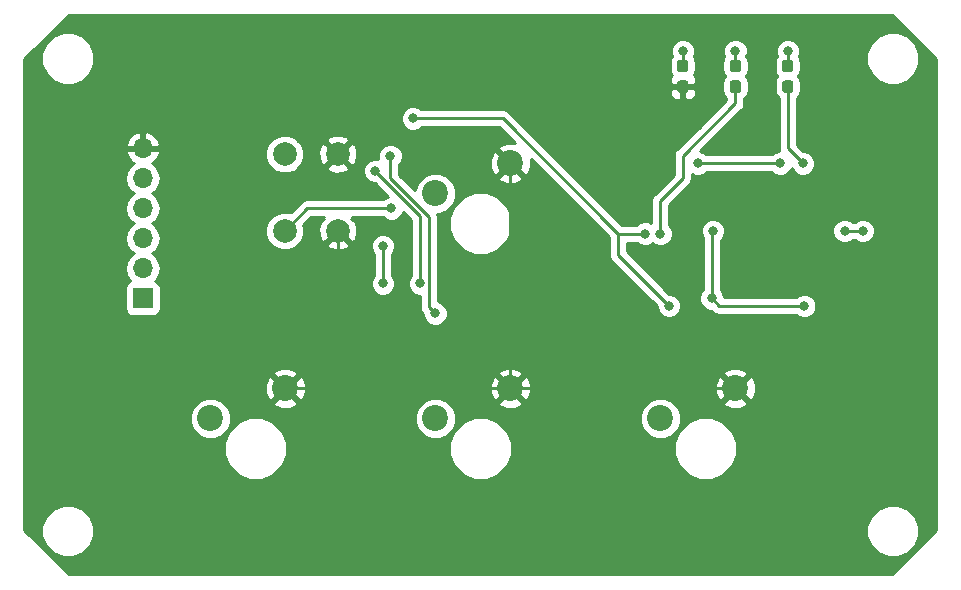
<source format=gtl>
G04 #@! TF.GenerationSoftware,KiCad,Pcbnew,(5.0.0)*
G04 #@! TF.CreationDate,2018-12-24T02:24:05+09:00*
G04 #@! TF.ProjectId,mykeyboard,6D796B6579626F6172642E6B69636164,rev?*
G04 #@! TF.SameCoordinates,Original*
G04 #@! TF.FileFunction,Copper,L1,Top,Signal*
G04 #@! TF.FilePolarity,Positive*
%FSLAX46Y46*%
G04 Gerber Fmt 4.6, Leading zero omitted, Abs format (unit mm)*
G04 Created by KiCad (PCBNEW (5.0.0)) date 12/24/18 02:24:05*
%MOMM*%
%LPD*%
G01*
G04 APERTURE LIST*
G04 #@! TA.AperFunction,ComponentPad*
%ADD10C,2.200000*%
G04 #@! TD*
G04 #@! TA.AperFunction,Conductor*
%ADD11C,0.100000*%
G04 #@! TD*
G04 #@! TA.AperFunction,SMDPad,CuDef*
%ADD12C,0.950000*%
G04 #@! TD*
G04 #@! TA.AperFunction,ComponentPad*
%ADD13C,2.000000*%
G04 #@! TD*
G04 #@! TA.AperFunction,ComponentPad*
%ADD14O,1.700000X1.700000*%
G04 #@! TD*
G04 #@! TA.AperFunction,ComponentPad*
%ADD15R,1.700000X1.700000*%
G04 #@! TD*
G04 #@! TA.AperFunction,ViaPad*
%ADD16C,0.800000*%
G04 #@! TD*
G04 #@! TA.AperFunction,Conductor*
%ADD17C,0.250000*%
G04 #@! TD*
G04 #@! TA.AperFunction,Conductor*
%ADD18C,0.254000*%
G04 #@! TD*
G04 APERTURE END LIST*
D10*
G04 #@! TO.P,SW_DOWN1,2*
G04 #@! TO.N,/D3*
X101600000Y-80645000D03*
G04 #@! TO.P,SW_DOWN1,1*
G04 #@! TO.N,GND*
X107950000Y-78105000D03*
G04 #@! TD*
G04 #@! TO.P,SW_LEFT1,2*
G04 #@! TO.N,/D4*
X82550000Y-80645000D03*
G04 #@! TO.P,SW_LEFT1,1*
G04 #@! TO.N,GND*
X88900000Y-78105000D03*
G04 #@! TD*
G04 #@! TO.P,SW_RIGHT1,2*
G04 #@! TO.N,/D5*
X120650000Y-80645000D03*
G04 #@! TO.P,SW_RIGHT1,1*
G04 #@! TO.N,GND*
X127000000Y-78105000D03*
G04 #@! TD*
G04 #@! TO.P,SW_UP1,2*
G04 #@! TO.N,/D2*
X101600000Y-61595000D03*
G04 #@! TO.P,SW_UP1,1*
G04 #@! TO.N,GND*
X107950000Y-59055000D03*
G04 #@! TD*
D11*
G04 #@! TO.N,Net-(D2-Pad2)*
G04 #@! TO.C,D2*
G36*
X122815779Y-50276144D02*
X122838834Y-50279563D01*
X122861443Y-50285227D01*
X122883387Y-50293079D01*
X122904457Y-50303044D01*
X122924448Y-50315026D01*
X122943168Y-50328910D01*
X122960438Y-50344562D01*
X122976090Y-50361832D01*
X122989974Y-50380552D01*
X123001956Y-50400543D01*
X123011921Y-50421613D01*
X123019773Y-50443557D01*
X123025437Y-50466166D01*
X123028856Y-50489221D01*
X123030000Y-50512500D01*
X123030000Y-51087500D01*
X123028856Y-51110779D01*
X123025437Y-51133834D01*
X123019773Y-51156443D01*
X123011921Y-51178387D01*
X123001956Y-51199457D01*
X122989974Y-51219448D01*
X122976090Y-51238168D01*
X122960438Y-51255438D01*
X122943168Y-51271090D01*
X122924448Y-51284974D01*
X122904457Y-51296956D01*
X122883387Y-51306921D01*
X122861443Y-51314773D01*
X122838834Y-51320437D01*
X122815779Y-51323856D01*
X122792500Y-51325000D01*
X122317500Y-51325000D01*
X122294221Y-51323856D01*
X122271166Y-51320437D01*
X122248557Y-51314773D01*
X122226613Y-51306921D01*
X122205543Y-51296956D01*
X122185552Y-51284974D01*
X122166832Y-51271090D01*
X122149562Y-51255438D01*
X122133910Y-51238168D01*
X122120026Y-51219448D01*
X122108044Y-51199457D01*
X122098079Y-51178387D01*
X122090227Y-51156443D01*
X122084563Y-51133834D01*
X122081144Y-51110779D01*
X122080000Y-51087500D01*
X122080000Y-50512500D01*
X122081144Y-50489221D01*
X122084563Y-50466166D01*
X122090227Y-50443557D01*
X122098079Y-50421613D01*
X122108044Y-50400543D01*
X122120026Y-50380552D01*
X122133910Y-50361832D01*
X122149562Y-50344562D01*
X122166832Y-50328910D01*
X122185552Y-50315026D01*
X122205543Y-50303044D01*
X122226613Y-50293079D01*
X122248557Y-50285227D01*
X122271166Y-50279563D01*
X122294221Y-50276144D01*
X122317500Y-50275000D01*
X122792500Y-50275000D01*
X122815779Y-50276144D01*
X122815779Y-50276144D01*
G37*
D12*
G04 #@! TD*
G04 #@! TO.P,D2,2*
G04 #@! TO.N,Net-(D2-Pad2)*
X122555000Y-50800000D03*
D11*
G04 #@! TO.N,GND*
G04 #@! TO.C,D2*
G36*
X122815779Y-52026144D02*
X122838834Y-52029563D01*
X122861443Y-52035227D01*
X122883387Y-52043079D01*
X122904457Y-52053044D01*
X122924448Y-52065026D01*
X122943168Y-52078910D01*
X122960438Y-52094562D01*
X122976090Y-52111832D01*
X122989974Y-52130552D01*
X123001956Y-52150543D01*
X123011921Y-52171613D01*
X123019773Y-52193557D01*
X123025437Y-52216166D01*
X123028856Y-52239221D01*
X123030000Y-52262500D01*
X123030000Y-52837500D01*
X123028856Y-52860779D01*
X123025437Y-52883834D01*
X123019773Y-52906443D01*
X123011921Y-52928387D01*
X123001956Y-52949457D01*
X122989974Y-52969448D01*
X122976090Y-52988168D01*
X122960438Y-53005438D01*
X122943168Y-53021090D01*
X122924448Y-53034974D01*
X122904457Y-53046956D01*
X122883387Y-53056921D01*
X122861443Y-53064773D01*
X122838834Y-53070437D01*
X122815779Y-53073856D01*
X122792500Y-53075000D01*
X122317500Y-53075000D01*
X122294221Y-53073856D01*
X122271166Y-53070437D01*
X122248557Y-53064773D01*
X122226613Y-53056921D01*
X122205543Y-53046956D01*
X122185552Y-53034974D01*
X122166832Y-53021090D01*
X122149562Y-53005438D01*
X122133910Y-52988168D01*
X122120026Y-52969448D01*
X122108044Y-52949457D01*
X122098079Y-52928387D01*
X122090227Y-52906443D01*
X122084563Y-52883834D01*
X122081144Y-52860779D01*
X122080000Y-52837500D01*
X122080000Y-52262500D01*
X122081144Y-52239221D01*
X122084563Y-52216166D01*
X122090227Y-52193557D01*
X122098079Y-52171613D01*
X122108044Y-52150543D01*
X122120026Y-52130552D01*
X122133910Y-52111832D01*
X122149562Y-52094562D01*
X122166832Y-52078910D01*
X122185552Y-52065026D01*
X122205543Y-52053044D01*
X122226613Y-52043079D01*
X122248557Y-52035227D01*
X122271166Y-52029563D01*
X122294221Y-52026144D01*
X122317500Y-52025000D01*
X122792500Y-52025000D01*
X122815779Y-52026144D01*
X122815779Y-52026144D01*
G37*
D12*
G04 #@! TD*
G04 #@! TO.P,D2,1*
G04 #@! TO.N,GND*
X122555000Y-52550000D03*
D11*
G04 #@! TO.N,Net-(D3-Pad2)*
G04 #@! TO.C,D3*
G36*
X131705779Y-50276144D02*
X131728834Y-50279563D01*
X131751443Y-50285227D01*
X131773387Y-50293079D01*
X131794457Y-50303044D01*
X131814448Y-50315026D01*
X131833168Y-50328910D01*
X131850438Y-50344562D01*
X131866090Y-50361832D01*
X131879974Y-50380552D01*
X131891956Y-50400543D01*
X131901921Y-50421613D01*
X131909773Y-50443557D01*
X131915437Y-50466166D01*
X131918856Y-50489221D01*
X131920000Y-50512500D01*
X131920000Y-51087500D01*
X131918856Y-51110779D01*
X131915437Y-51133834D01*
X131909773Y-51156443D01*
X131901921Y-51178387D01*
X131891956Y-51199457D01*
X131879974Y-51219448D01*
X131866090Y-51238168D01*
X131850438Y-51255438D01*
X131833168Y-51271090D01*
X131814448Y-51284974D01*
X131794457Y-51296956D01*
X131773387Y-51306921D01*
X131751443Y-51314773D01*
X131728834Y-51320437D01*
X131705779Y-51323856D01*
X131682500Y-51325000D01*
X131207500Y-51325000D01*
X131184221Y-51323856D01*
X131161166Y-51320437D01*
X131138557Y-51314773D01*
X131116613Y-51306921D01*
X131095543Y-51296956D01*
X131075552Y-51284974D01*
X131056832Y-51271090D01*
X131039562Y-51255438D01*
X131023910Y-51238168D01*
X131010026Y-51219448D01*
X130998044Y-51199457D01*
X130988079Y-51178387D01*
X130980227Y-51156443D01*
X130974563Y-51133834D01*
X130971144Y-51110779D01*
X130970000Y-51087500D01*
X130970000Y-50512500D01*
X130971144Y-50489221D01*
X130974563Y-50466166D01*
X130980227Y-50443557D01*
X130988079Y-50421613D01*
X130998044Y-50400543D01*
X131010026Y-50380552D01*
X131023910Y-50361832D01*
X131039562Y-50344562D01*
X131056832Y-50328910D01*
X131075552Y-50315026D01*
X131095543Y-50303044D01*
X131116613Y-50293079D01*
X131138557Y-50285227D01*
X131161166Y-50279563D01*
X131184221Y-50276144D01*
X131207500Y-50275000D01*
X131682500Y-50275000D01*
X131705779Y-50276144D01*
X131705779Y-50276144D01*
G37*
D12*
G04 #@! TD*
G04 #@! TO.P,D3,2*
G04 #@! TO.N,Net-(D3-Pad2)*
X131445000Y-50800000D03*
D11*
G04 #@! TO.N,Net-(D3-Pad1)*
G04 #@! TO.C,D3*
G36*
X131705779Y-52026144D02*
X131728834Y-52029563D01*
X131751443Y-52035227D01*
X131773387Y-52043079D01*
X131794457Y-52053044D01*
X131814448Y-52065026D01*
X131833168Y-52078910D01*
X131850438Y-52094562D01*
X131866090Y-52111832D01*
X131879974Y-52130552D01*
X131891956Y-52150543D01*
X131901921Y-52171613D01*
X131909773Y-52193557D01*
X131915437Y-52216166D01*
X131918856Y-52239221D01*
X131920000Y-52262500D01*
X131920000Y-52837500D01*
X131918856Y-52860779D01*
X131915437Y-52883834D01*
X131909773Y-52906443D01*
X131901921Y-52928387D01*
X131891956Y-52949457D01*
X131879974Y-52969448D01*
X131866090Y-52988168D01*
X131850438Y-53005438D01*
X131833168Y-53021090D01*
X131814448Y-53034974D01*
X131794457Y-53046956D01*
X131773387Y-53056921D01*
X131751443Y-53064773D01*
X131728834Y-53070437D01*
X131705779Y-53073856D01*
X131682500Y-53075000D01*
X131207500Y-53075000D01*
X131184221Y-53073856D01*
X131161166Y-53070437D01*
X131138557Y-53064773D01*
X131116613Y-53056921D01*
X131095543Y-53046956D01*
X131075552Y-53034974D01*
X131056832Y-53021090D01*
X131039562Y-53005438D01*
X131023910Y-52988168D01*
X131010026Y-52969448D01*
X130998044Y-52949457D01*
X130988079Y-52928387D01*
X130980227Y-52906443D01*
X130974563Y-52883834D01*
X130971144Y-52860779D01*
X130970000Y-52837500D01*
X130970000Y-52262500D01*
X130971144Y-52239221D01*
X130974563Y-52216166D01*
X130980227Y-52193557D01*
X130988079Y-52171613D01*
X130998044Y-52150543D01*
X131010026Y-52130552D01*
X131023910Y-52111832D01*
X131039562Y-52094562D01*
X131056832Y-52078910D01*
X131075552Y-52065026D01*
X131095543Y-52053044D01*
X131116613Y-52043079D01*
X131138557Y-52035227D01*
X131161166Y-52029563D01*
X131184221Y-52026144D01*
X131207500Y-52025000D01*
X131682500Y-52025000D01*
X131705779Y-52026144D01*
X131705779Y-52026144D01*
G37*
D12*
G04 #@! TD*
G04 #@! TO.P,D3,1*
G04 #@! TO.N,Net-(D3-Pad1)*
X131445000Y-52550000D03*
D11*
G04 #@! TO.N,Net-(D4-Pad2)*
G04 #@! TO.C,D4*
G36*
X127260779Y-50276144D02*
X127283834Y-50279563D01*
X127306443Y-50285227D01*
X127328387Y-50293079D01*
X127349457Y-50303044D01*
X127369448Y-50315026D01*
X127388168Y-50328910D01*
X127405438Y-50344562D01*
X127421090Y-50361832D01*
X127434974Y-50380552D01*
X127446956Y-50400543D01*
X127456921Y-50421613D01*
X127464773Y-50443557D01*
X127470437Y-50466166D01*
X127473856Y-50489221D01*
X127475000Y-50512500D01*
X127475000Y-51087500D01*
X127473856Y-51110779D01*
X127470437Y-51133834D01*
X127464773Y-51156443D01*
X127456921Y-51178387D01*
X127446956Y-51199457D01*
X127434974Y-51219448D01*
X127421090Y-51238168D01*
X127405438Y-51255438D01*
X127388168Y-51271090D01*
X127369448Y-51284974D01*
X127349457Y-51296956D01*
X127328387Y-51306921D01*
X127306443Y-51314773D01*
X127283834Y-51320437D01*
X127260779Y-51323856D01*
X127237500Y-51325000D01*
X126762500Y-51325000D01*
X126739221Y-51323856D01*
X126716166Y-51320437D01*
X126693557Y-51314773D01*
X126671613Y-51306921D01*
X126650543Y-51296956D01*
X126630552Y-51284974D01*
X126611832Y-51271090D01*
X126594562Y-51255438D01*
X126578910Y-51238168D01*
X126565026Y-51219448D01*
X126553044Y-51199457D01*
X126543079Y-51178387D01*
X126535227Y-51156443D01*
X126529563Y-51133834D01*
X126526144Y-51110779D01*
X126525000Y-51087500D01*
X126525000Y-50512500D01*
X126526144Y-50489221D01*
X126529563Y-50466166D01*
X126535227Y-50443557D01*
X126543079Y-50421613D01*
X126553044Y-50400543D01*
X126565026Y-50380552D01*
X126578910Y-50361832D01*
X126594562Y-50344562D01*
X126611832Y-50328910D01*
X126630552Y-50315026D01*
X126650543Y-50303044D01*
X126671613Y-50293079D01*
X126693557Y-50285227D01*
X126716166Y-50279563D01*
X126739221Y-50276144D01*
X126762500Y-50275000D01*
X127237500Y-50275000D01*
X127260779Y-50276144D01*
X127260779Y-50276144D01*
G37*
D12*
G04 #@! TD*
G04 #@! TO.P,D4,2*
G04 #@! TO.N,Net-(D4-Pad2)*
X127000000Y-50800000D03*
D11*
G04 #@! TO.N,Net-(D4-Pad1)*
G04 #@! TO.C,D4*
G36*
X127260779Y-52026144D02*
X127283834Y-52029563D01*
X127306443Y-52035227D01*
X127328387Y-52043079D01*
X127349457Y-52053044D01*
X127369448Y-52065026D01*
X127388168Y-52078910D01*
X127405438Y-52094562D01*
X127421090Y-52111832D01*
X127434974Y-52130552D01*
X127446956Y-52150543D01*
X127456921Y-52171613D01*
X127464773Y-52193557D01*
X127470437Y-52216166D01*
X127473856Y-52239221D01*
X127475000Y-52262500D01*
X127475000Y-52837500D01*
X127473856Y-52860779D01*
X127470437Y-52883834D01*
X127464773Y-52906443D01*
X127456921Y-52928387D01*
X127446956Y-52949457D01*
X127434974Y-52969448D01*
X127421090Y-52988168D01*
X127405438Y-53005438D01*
X127388168Y-53021090D01*
X127369448Y-53034974D01*
X127349457Y-53046956D01*
X127328387Y-53056921D01*
X127306443Y-53064773D01*
X127283834Y-53070437D01*
X127260779Y-53073856D01*
X127237500Y-53075000D01*
X126762500Y-53075000D01*
X126739221Y-53073856D01*
X126716166Y-53070437D01*
X126693557Y-53064773D01*
X126671613Y-53056921D01*
X126650543Y-53046956D01*
X126630552Y-53034974D01*
X126611832Y-53021090D01*
X126594562Y-53005438D01*
X126578910Y-52988168D01*
X126565026Y-52969448D01*
X126553044Y-52949457D01*
X126543079Y-52928387D01*
X126535227Y-52906443D01*
X126529563Y-52883834D01*
X126526144Y-52860779D01*
X126525000Y-52837500D01*
X126525000Y-52262500D01*
X126526144Y-52239221D01*
X126529563Y-52216166D01*
X126535227Y-52193557D01*
X126543079Y-52171613D01*
X126553044Y-52150543D01*
X126565026Y-52130552D01*
X126578910Y-52111832D01*
X126594562Y-52094562D01*
X126611832Y-52078910D01*
X126630552Y-52065026D01*
X126650543Y-52053044D01*
X126671613Y-52043079D01*
X126693557Y-52035227D01*
X126716166Y-52029563D01*
X126739221Y-52026144D01*
X126762500Y-52025000D01*
X127237500Y-52025000D01*
X127260779Y-52026144D01*
X127260779Y-52026144D01*
G37*
D12*
G04 #@! TD*
G04 #@! TO.P,D4,1*
G04 #@! TO.N,Net-(D4-Pad1)*
X127000000Y-52550000D03*
D13*
G04 #@! TO.P,SW_RST1,1*
G04 #@! TO.N,GND*
X93345000Y-58270000D03*
G04 #@! TO.P,SW_RST1,2*
G04 #@! TO.N,/RST*
X88845000Y-58270000D03*
G04 #@! TO.P,SW_RST1,1*
G04 #@! TO.N,GND*
X93345000Y-64770000D03*
G04 #@! TO.P,SW_RST1,2*
G04 #@! TO.N,/RST*
X88845000Y-64770000D03*
G04 #@! TD*
D14*
G04 #@! TO.P,J2,6*
G04 #@! TO.N,GND*
X76835000Y-57785000D03*
G04 #@! TO.P,J2,5*
G04 #@! TO.N,/RST*
X76835000Y-60325000D03*
G04 #@! TO.P,J2,4*
G04 #@! TO.N,/MISO*
X76835000Y-62865000D03*
G04 #@! TO.P,J2,3*
G04 #@! TO.N,/MOSI*
X76835000Y-65405000D03*
G04 #@! TO.P,J2,2*
G04 #@! TO.N,/SCK*
X76835000Y-67945000D03*
D15*
G04 #@! TO.P,J2,1*
G04 #@! TO.N,/VCC*
X76835000Y-70485000D03*
G04 #@! TD*
D16*
G04 #@! TO.N,GND*
X120015000Y-55880000D03*
X135890000Y-61595000D03*
X135890000Y-57785000D03*
X127635000Y-62865000D03*
X132715000Y-62865000D03*
X132715000Y-69850000D03*
X126365000Y-69850000D03*
X123825000Y-55880000D03*
G04 #@! TO.N,/VCC*
X97155000Y-69215000D03*
X97155000Y-66040000D03*
X124980608Y-70480312D03*
X132830000Y-71120000D03*
X125095000Y-64770000D03*
G04 #@! TO.N,Net-(D2-Pad2)*
X122555000Y-49530000D03*
G04 #@! TO.N,Net-(D3-Pad1)*
X132715000Y-59055000D03*
G04 #@! TO.N,Net-(D3-Pad2)*
X131445000Y-49530000D03*
G04 #@! TO.N,Net-(D4-Pad2)*
X127000000Y-49530000D03*
G04 #@! TO.N,Net-(D4-Pad1)*
X120650000Y-65000000D03*
G04 #@! TO.N,/UVCC*
X99695000Y-55245000D03*
X119380000Y-65000000D03*
X121375000Y-71120000D03*
G04 #@! TO.N,Net-(J1-Pad2)*
X97790000Y-58420000D03*
X101600000Y-71755000D03*
G04 #@! TO.N,Net-(J1-Pad3)*
X96520000Y-59690000D03*
X100330000Y-69215000D03*
G04 #@! TO.N,/RST*
X97880000Y-62865000D03*
G04 #@! TO.N,/D4*
X136250009Y-64770000D03*
X137795000Y-64770000D03*
G04 #@! TO.N,/D2*
X130810000Y-59055000D03*
X123825000Y-59055000D03*
G04 #@! TD*
D17*
G04 #@! TO.N,GND*
X122555000Y-52550000D02*
X121440000Y-52550000D01*
X121440000Y-52550000D02*
X120805000Y-52550000D01*
X120805000Y-52550000D02*
X120015000Y-53340000D01*
X120015000Y-53340000D02*
X120015000Y-55880000D01*
X122555000Y-52550000D02*
X123670000Y-52550000D01*
X135890000Y-61595000D02*
X135890000Y-57785000D01*
X93345000Y-73660000D02*
X88900000Y-78105000D01*
X93345000Y-64770000D02*
X93345000Y-73660000D01*
X88900000Y-78105000D02*
X107950000Y-78105000D01*
X127000000Y-78105000D02*
X107950000Y-78105000D01*
X107950000Y-59055000D02*
X107950000Y-78105000D01*
X127635000Y-68580000D02*
X126365000Y-69850000D01*
X127635000Y-62865000D02*
X127635000Y-68580000D01*
X127635000Y-62865000D02*
X132715000Y-62865000D01*
X132715000Y-62865000D02*
X132715000Y-69850000D01*
X123825000Y-52705000D02*
X123670000Y-52550000D01*
X123825000Y-55880000D02*
X123825000Y-52705000D01*
G04 #@! TO.N,/VCC*
X97155000Y-69215000D02*
X97155000Y-66040000D01*
X124980608Y-70480312D02*
X125620296Y-71120000D01*
X125620296Y-71120000D02*
X132830000Y-71120000D01*
X124980608Y-70480312D02*
X124980608Y-64884392D01*
X124980608Y-64884392D02*
X125095000Y-64770000D01*
G04 #@! TO.N,Net-(D2-Pad2)*
X122555000Y-50800000D02*
X122555000Y-49530000D01*
G04 #@! TO.N,Net-(D3-Pad1)*
X131445000Y-52550000D02*
X131445000Y-57785000D01*
X132715000Y-59055000D02*
X131445000Y-57785000D01*
G04 #@! TO.N,Net-(D3-Pad2)*
X131445000Y-50800000D02*
X131445000Y-49530000D01*
G04 #@! TO.N,Net-(D4-Pad2)*
X127000000Y-50800000D02*
X127000000Y-49530000D01*
G04 #@! TO.N,Net-(D4-Pad1)*
X127000000Y-52550000D02*
X127000000Y-53975000D01*
X127000000Y-53975000D02*
X122555000Y-58420000D01*
X122555000Y-58420000D02*
X122555000Y-60325000D01*
X122555000Y-60325000D02*
X120650000Y-62230000D01*
X120650000Y-62230000D02*
X120650000Y-65000000D01*
G04 #@! TO.N,/UVCC*
X99695000Y-55245000D02*
X107315000Y-55245000D01*
X117070000Y-65000000D02*
X116840000Y-64770000D01*
X119380000Y-65000000D02*
X117070000Y-65000000D01*
X107315000Y-55245000D02*
X116840000Y-64770000D01*
X117070000Y-65000000D02*
X117070000Y-66815000D01*
X117070000Y-66815000D02*
X121375000Y-71120000D01*
G04 #@! TO.N,Net-(J1-Pad2)*
X101055001Y-63588591D02*
X100780009Y-63313599D01*
X101600000Y-71755000D02*
X101055001Y-71210001D01*
X101055001Y-71210001D02*
X101055001Y-63588591D01*
X100780009Y-63313599D02*
X97790000Y-60323590D01*
X97790000Y-60323590D02*
X97790000Y-58420000D01*
G04 #@! TO.N,Net-(J1-Pad3)*
X100330000Y-63500000D02*
X96520000Y-59690000D01*
X100330000Y-69215000D02*
X100330000Y-63500000D01*
G04 #@! TO.N,/RST*
X90750000Y-62865000D02*
X88845000Y-64770000D01*
X97880000Y-62865000D02*
X90750000Y-62865000D01*
G04 #@! TO.N,/D4*
X136250009Y-64770000D02*
X137795000Y-64770000D01*
G04 #@! TO.N,/D2*
X123825000Y-59055000D02*
X130810000Y-59055000D01*
G04 #@! TD*
D18*
G04 #@! TO.N,GND*
G36*
X144018000Y-50217606D02*
X144018000Y-90117394D01*
X140282394Y-93853000D01*
X70537606Y-93853000D01*
X66802000Y-90117394D01*
X66802000Y-89725431D01*
X68250000Y-89725431D01*
X68250000Y-90614569D01*
X68590259Y-91436026D01*
X69218974Y-92064741D01*
X70040431Y-92405000D01*
X70929569Y-92405000D01*
X71751026Y-92064741D01*
X72379741Y-91436026D01*
X72720000Y-90614569D01*
X72720000Y-89725431D01*
X138100000Y-89725431D01*
X138100000Y-90614569D01*
X138440259Y-91436026D01*
X139068974Y-92064741D01*
X139890431Y-92405000D01*
X140779569Y-92405000D01*
X141601026Y-92064741D01*
X142229741Y-91436026D01*
X142570000Y-90614569D01*
X142570000Y-89725431D01*
X142229741Y-88903974D01*
X141601026Y-88275259D01*
X140779569Y-87935000D01*
X139890431Y-87935000D01*
X139068974Y-88275259D01*
X138440259Y-88903974D01*
X138100000Y-89725431D01*
X72720000Y-89725431D01*
X72379741Y-88903974D01*
X71751026Y-88275259D01*
X70929569Y-87935000D01*
X70040431Y-87935000D01*
X69218974Y-88275259D01*
X68590259Y-88903974D01*
X68250000Y-89725431D01*
X66802000Y-89725431D01*
X66802000Y-82660866D01*
X83725000Y-82660866D01*
X83725000Y-83709134D01*
X84126155Y-84677608D01*
X84867392Y-85418845D01*
X85835866Y-85820000D01*
X86884134Y-85820000D01*
X87852608Y-85418845D01*
X88593845Y-84677608D01*
X88995000Y-83709134D01*
X88995000Y-82660866D01*
X102775000Y-82660866D01*
X102775000Y-83709134D01*
X103176155Y-84677608D01*
X103917392Y-85418845D01*
X104885866Y-85820000D01*
X105934134Y-85820000D01*
X106902608Y-85418845D01*
X107643845Y-84677608D01*
X108045000Y-83709134D01*
X108045000Y-82660866D01*
X121825000Y-82660866D01*
X121825000Y-83709134D01*
X122226155Y-84677608D01*
X122967392Y-85418845D01*
X123935866Y-85820000D01*
X124984134Y-85820000D01*
X125952608Y-85418845D01*
X126693845Y-84677608D01*
X127095000Y-83709134D01*
X127095000Y-82660866D01*
X126693845Y-81692392D01*
X125952608Y-80951155D01*
X124984134Y-80550000D01*
X123935866Y-80550000D01*
X122967392Y-80951155D01*
X122226155Y-81692392D01*
X121825000Y-82660866D01*
X108045000Y-82660866D01*
X107643845Y-81692392D01*
X106902608Y-80951155D01*
X105934134Y-80550000D01*
X104885866Y-80550000D01*
X103917392Y-80951155D01*
X103176155Y-81692392D01*
X102775000Y-82660866D01*
X88995000Y-82660866D01*
X88593845Y-81692392D01*
X87852608Y-80951155D01*
X86884134Y-80550000D01*
X85835866Y-80550000D01*
X84867392Y-80951155D01*
X84126155Y-81692392D01*
X83725000Y-82660866D01*
X66802000Y-82660866D01*
X66802000Y-80299887D01*
X80815000Y-80299887D01*
X80815000Y-80990113D01*
X81079138Y-81627799D01*
X81567201Y-82115862D01*
X82204887Y-82380000D01*
X82895113Y-82380000D01*
X83532799Y-82115862D01*
X84020862Y-81627799D01*
X84285000Y-80990113D01*
X84285000Y-80299887D01*
X99865000Y-80299887D01*
X99865000Y-80990113D01*
X100129138Y-81627799D01*
X100617201Y-82115862D01*
X101254887Y-82380000D01*
X101945113Y-82380000D01*
X102582799Y-82115862D01*
X103070862Y-81627799D01*
X103335000Y-80990113D01*
X103335000Y-80299887D01*
X118915000Y-80299887D01*
X118915000Y-80990113D01*
X119179138Y-81627799D01*
X119667201Y-82115862D01*
X120304887Y-82380000D01*
X120995113Y-82380000D01*
X121632799Y-82115862D01*
X122120862Y-81627799D01*
X122385000Y-80990113D01*
X122385000Y-80299887D01*
X122120862Y-79662201D01*
X121788529Y-79329868D01*
X125954737Y-79329868D01*
X126065641Y-79607099D01*
X126711593Y-79850323D01*
X127401453Y-79827836D01*
X127934359Y-79607099D01*
X128045263Y-79329868D01*
X127000000Y-78284605D01*
X125954737Y-79329868D01*
X121788529Y-79329868D01*
X121632799Y-79174138D01*
X120995113Y-78910000D01*
X120304887Y-78910000D01*
X119667201Y-79174138D01*
X119179138Y-79662201D01*
X118915000Y-80299887D01*
X103335000Y-80299887D01*
X103070862Y-79662201D01*
X102738529Y-79329868D01*
X106904737Y-79329868D01*
X107015641Y-79607099D01*
X107661593Y-79850323D01*
X108351453Y-79827836D01*
X108884359Y-79607099D01*
X108995263Y-79329868D01*
X107950000Y-78284605D01*
X106904737Y-79329868D01*
X102738529Y-79329868D01*
X102582799Y-79174138D01*
X101945113Y-78910000D01*
X101254887Y-78910000D01*
X100617201Y-79174138D01*
X100129138Y-79662201D01*
X99865000Y-80299887D01*
X84285000Y-80299887D01*
X84020862Y-79662201D01*
X83688529Y-79329868D01*
X87854737Y-79329868D01*
X87965641Y-79607099D01*
X88611593Y-79850323D01*
X89301453Y-79827836D01*
X89834359Y-79607099D01*
X89945263Y-79329868D01*
X88900000Y-78284605D01*
X87854737Y-79329868D01*
X83688529Y-79329868D01*
X83532799Y-79174138D01*
X82895113Y-78910000D01*
X82204887Y-78910000D01*
X81567201Y-79174138D01*
X81079138Y-79662201D01*
X80815000Y-80299887D01*
X66802000Y-80299887D01*
X66802000Y-77816593D01*
X87154677Y-77816593D01*
X87177164Y-78506453D01*
X87397901Y-79039359D01*
X87675132Y-79150263D01*
X88720395Y-78105000D01*
X89079605Y-78105000D01*
X90124868Y-79150263D01*
X90402099Y-79039359D01*
X90645323Y-78393407D01*
X90626521Y-77816593D01*
X106204677Y-77816593D01*
X106227164Y-78506453D01*
X106447901Y-79039359D01*
X106725132Y-79150263D01*
X107770395Y-78105000D01*
X108129605Y-78105000D01*
X109174868Y-79150263D01*
X109452099Y-79039359D01*
X109695323Y-78393407D01*
X109676521Y-77816593D01*
X125254677Y-77816593D01*
X125277164Y-78506453D01*
X125497901Y-79039359D01*
X125775132Y-79150263D01*
X126820395Y-78105000D01*
X127179605Y-78105000D01*
X128224868Y-79150263D01*
X128502099Y-79039359D01*
X128745323Y-78393407D01*
X128722836Y-77703547D01*
X128502099Y-77170641D01*
X128224868Y-77059737D01*
X127179605Y-78105000D01*
X126820395Y-78105000D01*
X125775132Y-77059737D01*
X125497901Y-77170641D01*
X125254677Y-77816593D01*
X109676521Y-77816593D01*
X109672836Y-77703547D01*
X109452099Y-77170641D01*
X109174868Y-77059737D01*
X108129605Y-78105000D01*
X107770395Y-78105000D01*
X106725132Y-77059737D01*
X106447901Y-77170641D01*
X106204677Y-77816593D01*
X90626521Y-77816593D01*
X90622836Y-77703547D01*
X90402099Y-77170641D01*
X90124868Y-77059737D01*
X89079605Y-78105000D01*
X88720395Y-78105000D01*
X87675132Y-77059737D01*
X87397901Y-77170641D01*
X87154677Y-77816593D01*
X66802000Y-77816593D01*
X66802000Y-76880132D01*
X87854737Y-76880132D01*
X88900000Y-77925395D01*
X89945263Y-76880132D01*
X106904737Y-76880132D01*
X107950000Y-77925395D01*
X108995263Y-76880132D01*
X125954737Y-76880132D01*
X127000000Y-77925395D01*
X128045263Y-76880132D01*
X127934359Y-76602901D01*
X127288407Y-76359677D01*
X126598547Y-76382164D01*
X126065641Y-76602901D01*
X125954737Y-76880132D01*
X108995263Y-76880132D01*
X108884359Y-76602901D01*
X108238407Y-76359677D01*
X107548547Y-76382164D01*
X107015641Y-76602901D01*
X106904737Y-76880132D01*
X89945263Y-76880132D01*
X89834359Y-76602901D01*
X89188407Y-76359677D01*
X88498547Y-76382164D01*
X87965641Y-76602901D01*
X87854737Y-76880132D01*
X66802000Y-76880132D01*
X66802000Y-60325000D01*
X75320908Y-60325000D01*
X75436161Y-60904418D01*
X75764375Y-61395625D01*
X76062761Y-61595000D01*
X75764375Y-61794375D01*
X75436161Y-62285582D01*
X75320908Y-62865000D01*
X75436161Y-63444418D01*
X75764375Y-63935625D01*
X76062761Y-64135000D01*
X75764375Y-64334375D01*
X75436161Y-64825582D01*
X75320908Y-65405000D01*
X75436161Y-65984418D01*
X75764375Y-66475625D01*
X76062761Y-66675000D01*
X75764375Y-66874375D01*
X75436161Y-67365582D01*
X75320908Y-67945000D01*
X75436161Y-68524418D01*
X75764375Y-69015625D01*
X75782619Y-69027816D01*
X75737235Y-69036843D01*
X75527191Y-69177191D01*
X75386843Y-69387235D01*
X75337560Y-69635000D01*
X75337560Y-71335000D01*
X75386843Y-71582765D01*
X75527191Y-71792809D01*
X75737235Y-71933157D01*
X75985000Y-71982440D01*
X77685000Y-71982440D01*
X77932765Y-71933157D01*
X78142809Y-71792809D01*
X78283157Y-71582765D01*
X78332440Y-71335000D01*
X78332440Y-69635000D01*
X78283157Y-69387235D01*
X78142809Y-69177191D01*
X77932765Y-69036843D01*
X77887381Y-69027816D01*
X77905625Y-69015625D01*
X78233839Y-68524418D01*
X78349092Y-67945000D01*
X78233839Y-67365582D01*
X77905625Y-66874375D01*
X77607239Y-66675000D01*
X77905625Y-66475625D01*
X78233839Y-65984418D01*
X78349092Y-65405000D01*
X78233839Y-64825582D01*
X77979394Y-64444778D01*
X87210000Y-64444778D01*
X87210000Y-65095222D01*
X87458914Y-65696153D01*
X87918847Y-66156086D01*
X88519778Y-66405000D01*
X89170222Y-66405000D01*
X89771153Y-66156086D01*
X90004707Y-65922532D01*
X92372073Y-65922532D01*
X92470736Y-66189387D01*
X93080461Y-66415908D01*
X93730460Y-66391856D01*
X94219264Y-66189387D01*
X94317927Y-65922532D01*
X94229521Y-65834126D01*
X96120000Y-65834126D01*
X96120000Y-66245874D01*
X96277569Y-66626280D01*
X96395001Y-66743712D01*
X96395000Y-68511289D01*
X96277569Y-68628720D01*
X96120000Y-69009126D01*
X96120000Y-69420874D01*
X96277569Y-69801280D01*
X96568720Y-70092431D01*
X96949126Y-70250000D01*
X97360874Y-70250000D01*
X97741280Y-70092431D01*
X98032431Y-69801280D01*
X98190000Y-69420874D01*
X98190000Y-69009126D01*
X98032431Y-68628720D01*
X97915000Y-68511289D01*
X97915000Y-66743711D01*
X98032431Y-66626280D01*
X98190000Y-66245874D01*
X98190000Y-65834126D01*
X98032431Y-65453720D01*
X97741280Y-65162569D01*
X97360874Y-65005000D01*
X96949126Y-65005000D01*
X96568720Y-65162569D01*
X96277569Y-65453720D01*
X96120000Y-65834126D01*
X94229521Y-65834126D01*
X93345000Y-64949605D01*
X92372073Y-65922532D01*
X90004707Y-65922532D01*
X90231086Y-65696153D01*
X90480000Y-65095222D01*
X90480000Y-64444778D01*
X90411177Y-64278625D01*
X91064802Y-63625000D01*
X92135980Y-63625000D01*
X92078186Y-63682794D01*
X92192466Y-63797074D01*
X91925613Y-63895736D01*
X91699092Y-64505461D01*
X91723144Y-65155460D01*
X91925613Y-65644264D01*
X92192468Y-65742927D01*
X93165395Y-64770000D01*
X93151253Y-64755858D01*
X93330858Y-64576253D01*
X93345000Y-64590395D01*
X93359143Y-64576253D01*
X93538748Y-64755858D01*
X93524605Y-64770000D01*
X94497532Y-65742927D01*
X94764387Y-65644264D01*
X94990908Y-65034539D01*
X94966856Y-64384540D01*
X94764387Y-63895736D01*
X94497534Y-63797074D01*
X94611814Y-63682794D01*
X94554020Y-63625000D01*
X97176289Y-63625000D01*
X97293720Y-63742431D01*
X97674126Y-63900000D01*
X98085874Y-63900000D01*
X98466280Y-63742431D01*
X98757431Y-63451280D01*
X98888954Y-63133755D01*
X99570001Y-63814803D01*
X99570000Y-68511289D01*
X99452569Y-68628720D01*
X99295000Y-69009126D01*
X99295000Y-69420874D01*
X99452569Y-69801280D01*
X99743720Y-70092431D01*
X100124126Y-70250000D01*
X100295001Y-70250000D01*
X100295001Y-71135154D01*
X100280113Y-71210001D01*
X100295001Y-71284848D01*
X100295001Y-71284852D01*
X100339097Y-71506537D01*
X100507072Y-71757930D01*
X100565000Y-71796636D01*
X100565000Y-71960874D01*
X100722569Y-72341280D01*
X101013720Y-72632431D01*
X101394126Y-72790000D01*
X101805874Y-72790000D01*
X102186280Y-72632431D01*
X102477431Y-72341280D01*
X102635000Y-71960874D01*
X102635000Y-71549126D01*
X102477431Y-71168720D01*
X102186280Y-70877569D01*
X101815001Y-70723781D01*
X101815001Y-63663437D01*
X101825458Y-63610866D01*
X102775000Y-63610866D01*
X102775000Y-64659134D01*
X103176155Y-65627608D01*
X103917392Y-66368845D01*
X104885866Y-66770000D01*
X105934134Y-66770000D01*
X106902608Y-66368845D01*
X107643845Y-65627608D01*
X108045000Y-64659134D01*
X108045000Y-63610866D01*
X107643845Y-62642392D01*
X106902608Y-61901155D01*
X105934134Y-61500000D01*
X104885866Y-61500000D01*
X103917392Y-61901155D01*
X103176155Y-62642392D01*
X102775000Y-63610866D01*
X101825458Y-63610866D01*
X101829889Y-63588590D01*
X101815001Y-63513743D01*
X101815001Y-63513739D01*
X101778453Y-63330000D01*
X101945113Y-63330000D01*
X102582799Y-63065862D01*
X103070862Y-62577799D01*
X103335000Y-61940113D01*
X103335000Y-61249887D01*
X103070862Y-60612201D01*
X102738529Y-60279868D01*
X106904737Y-60279868D01*
X107015641Y-60557099D01*
X107661593Y-60800323D01*
X108351453Y-60777836D01*
X108884359Y-60557099D01*
X108995263Y-60279868D01*
X107950000Y-59234605D01*
X106904737Y-60279868D01*
X102738529Y-60279868D01*
X102582799Y-60124138D01*
X101945113Y-59860000D01*
X101254887Y-59860000D01*
X100617201Y-60124138D01*
X100129138Y-60612201D01*
X99865000Y-61249887D01*
X99865000Y-61323788D01*
X98550000Y-60008789D01*
X98550000Y-59123711D01*
X98667431Y-59006280D01*
X98766712Y-58766593D01*
X106204677Y-58766593D01*
X106227164Y-59456453D01*
X106447901Y-59989359D01*
X106725132Y-60100263D01*
X107770395Y-59055000D01*
X106725132Y-58009737D01*
X106447901Y-58120641D01*
X106204677Y-58766593D01*
X98766712Y-58766593D01*
X98825000Y-58625874D01*
X98825000Y-58214126D01*
X98667431Y-57833720D01*
X98376280Y-57542569D01*
X97995874Y-57385000D01*
X97584126Y-57385000D01*
X97203720Y-57542569D01*
X96912569Y-57833720D01*
X96755000Y-58214126D01*
X96755000Y-58625874D01*
X96775595Y-58675595D01*
X96725874Y-58655000D01*
X96314126Y-58655000D01*
X95933720Y-58812569D01*
X95642569Y-59103720D01*
X95485000Y-59484126D01*
X95485000Y-59895874D01*
X95642569Y-60276280D01*
X95933720Y-60567431D01*
X96314126Y-60725000D01*
X96480199Y-60725000D01*
X97611245Y-61856046D01*
X97293720Y-61987569D01*
X97176289Y-62105000D01*
X90824848Y-62105000D01*
X90750000Y-62090112D01*
X90675152Y-62105000D01*
X90675148Y-62105000D01*
X90501605Y-62139520D01*
X90453462Y-62149096D01*
X90266418Y-62274076D01*
X90202071Y-62317071D01*
X90159671Y-62380527D01*
X89336375Y-63203823D01*
X89170222Y-63135000D01*
X88519778Y-63135000D01*
X87918847Y-63383914D01*
X87458914Y-63843847D01*
X87210000Y-64444778D01*
X77979394Y-64444778D01*
X77905625Y-64334375D01*
X77607239Y-64135000D01*
X77905625Y-63935625D01*
X78233839Y-63444418D01*
X78349092Y-62865000D01*
X78233839Y-62285582D01*
X77905625Y-61794375D01*
X77607239Y-61595000D01*
X77905625Y-61395625D01*
X78233839Y-60904418D01*
X78349092Y-60325000D01*
X78233839Y-59745582D01*
X77905625Y-59254375D01*
X77586522Y-59041157D01*
X77716358Y-58980183D01*
X78106645Y-58551924D01*
X78276476Y-58141890D01*
X78172454Y-57944778D01*
X87210000Y-57944778D01*
X87210000Y-58595222D01*
X87458914Y-59196153D01*
X87918847Y-59656086D01*
X88519778Y-59905000D01*
X89170222Y-59905000D01*
X89771153Y-59656086D01*
X90004707Y-59422532D01*
X92372073Y-59422532D01*
X92470736Y-59689387D01*
X93080461Y-59915908D01*
X93730460Y-59891856D01*
X94219264Y-59689387D01*
X94317927Y-59422532D01*
X93345000Y-58449605D01*
X92372073Y-59422532D01*
X90004707Y-59422532D01*
X90231086Y-59196153D01*
X90480000Y-58595222D01*
X90480000Y-58005461D01*
X91699092Y-58005461D01*
X91723144Y-58655460D01*
X91925613Y-59144264D01*
X92192468Y-59242927D01*
X93165395Y-58270000D01*
X93524605Y-58270000D01*
X94497532Y-59242927D01*
X94764387Y-59144264D01*
X94990908Y-58534539D01*
X94966856Y-57884540D01*
X94764387Y-57395736D01*
X94497532Y-57297073D01*
X93524605Y-58270000D01*
X93165395Y-58270000D01*
X92192468Y-57297073D01*
X91925613Y-57395736D01*
X91699092Y-58005461D01*
X90480000Y-58005461D01*
X90480000Y-57944778D01*
X90231086Y-57343847D01*
X90004707Y-57117468D01*
X92372073Y-57117468D01*
X93345000Y-58090395D01*
X94317927Y-57117468D01*
X94219264Y-56850613D01*
X93609539Y-56624092D01*
X92959540Y-56648144D01*
X92470736Y-56850613D01*
X92372073Y-57117468D01*
X90004707Y-57117468D01*
X89771153Y-56883914D01*
X89170222Y-56635000D01*
X88519778Y-56635000D01*
X87918847Y-56883914D01*
X87458914Y-57343847D01*
X87210000Y-57944778D01*
X78172454Y-57944778D01*
X78155155Y-57912000D01*
X76962000Y-57912000D01*
X76962000Y-57932000D01*
X76708000Y-57932000D01*
X76708000Y-57912000D01*
X75514845Y-57912000D01*
X75393524Y-58141890D01*
X75563355Y-58551924D01*
X75953642Y-58980183D01*
X76083478Y-59041157D01*
X75764375Y-59254375D01*
X75436161Y-59745582D01*
X75320908Y-60325000D01*
X66802000Y-60325000D01*
X66802000Y-57428110D01*
X75393524Y-57428110D01*
X75514845Y-57658000D01*
X76708000Y-57658000D01*
X76708000Y-56464181D01*
X76962000Y-56464181D01*
X76962000Y-57658000D01*
X78155155Y-57658000D01*
X78276476Y-57428110D01*
X78106645Y-57018076D01*
X77716358Y-56589817D01*
X77191892Y-56343514D01*
X76962000Y-56464181D01*
X76708000Y-56464181D01*
X76478108Y-56343514D01*
X75953642Y-56589817D01*
X75563355Y-57018076D01*
X75393524Y-57428110D01*
X66802000Y-57428110D01*
X66802000Y-55039126D01*
X98660000Y-55039126D01*
X98660000Y-55450874D01*
X98817569Y-55831280D01*
X99108720Y-56122431D01*
X99489126Y-56280000D01*
X99900874Y-56280000D01*
X100281280Y-56122431D01*
X100398711Y-56005000D01*
X107000199Y-56005000D01*
X108345019Y-57349820D01*
X108238407Y-57309677D01*
X107548547Y-57332164D01*
X107015641Y-57552901D01*
X106904737Y-57830132D01*
X107950000Y-58875395D01*
X107964143Y-58861253D01*
X108143748Y-59040858D01*
X108129605Y-59055000D01*
X109174868Y-60100263D01*
X109452099Y-59989359D01*
X109695323Y-59343407D01*
X109673648Y-58678449D01*
X116310000Y-65314802D01*
X116310001Y-66740148D01*
X116295112Y-66815000D01*
X116310001Y-66889852D01*
X116354097Y-67111537D01*
X116522072Y-67362929D01*
X116585528Y-67405329D01*
X120340000Y-71159803D01*
X120340000Y-71325874D01*
X120497569Y-71706280D01*
X120788720Y-71997431D01*
X121169126Y-72155000D01*
X121580874Y-72155000D01*
X121961280Y-71997431D01*
X122252431Y-71706280D01*
X122410000Y-71325874D01*
X122410000Y-70914126D01*
X122252431Y-70533720D01*
X121993149Y-70274438D01*
X123945608Y-70274438D01*
X123945608Y-70686186D01*
X124103177Y-71066592D01*
X124394328Y-71357743D01*
X124774734Y-71515312D01*
X124940806Y-71515312D01*
X125029968Y-71604475D01*
X125072367Y-71667929D01*
X125135820Y-71710327D01*
X125135822Y-71710329D01*
X125259263Y-71792809D01*
X125323759Y-71835904D01*
X125545444Y-71880000D01*
X125545448Y-71880000D01*
X125620295Y-71894888D01*
X125695142Y-71880000D01*
X132126289Y-71880000D01*
X132243720Y-71997431D01*
X132624126Y-72155000D01*
X133035874Y-72155000D01*
X133416280Y-71997431D01*
X133707431Y-71706280D01*
X133865000Y-71325874D01*
X133865000Y-70914126D01*
X133707431Y-70533720D01*
X133416280Y-70242569D01*
X133035874Y-70085000D01*
X132624126Y-70085000D01*
X132243720Y-70242569D01*
X132126289Y-70360000D01*
X126015608Y-70360000D01*
X126015608Y-70274438D01*
X125858039Y-69894032D01*
X125740608Y-69776601D01*
X125740608Y-65588103D01*
X125972431Y-65356280D01*
X126130000Y-64975874D01*
X126130000Y-64564126D01*
X135215009Y-64564126D01*
X135215009Y-64975874D01*
X135372578Y-65356280D01*
X135663729Y-65647431D01*
X136044135Y-65805000D01*
X136455883Y-65805000D01*
X136836289Y-65647431D01*
X136953720Y-65530000D01*
X137091289Y-65530000D01*
X137208720Y-65647431D01*
X137589126Y-65805000D01*
X138000874Y-65805000D01*
X138381280Y-65647431D01*
X138672431Y-65356280D01*
X138830000Y-64975874D01*
X138830000Y-64564126D01*
X138672431Y-64183720D01*
X138381280Y-63892569D01*
X138000874Y-63735000D01*
X137589126Y-63735000D01*
X137208720Y-63892569D01*
X137091289Y-64010000D01*
X136953720Y-64010000D01*
X136836289Y-63892569D01*
X136455883Y-63735000D01*
X136044135Y-63735000D01*
X135663729Y-63892569D01*
X135372578Y-64183720D01*
X135215009Y-64564126D01*
X126130000Y-64564126D01*
X125972431Y-64183720D01*
X125681280Y-63892569D01*
X125300874Y-63735000D01*
X124889126Y-63735000D01*
X124508720Y-63892569D01*
X124217569Y-64183720D01*
X124060000Y-64564126D01*
X124060000Y-64975874D01*
X124217569Y-65356280D01*
X124220609Y-65359320D01*
X124220608Y-69776601D01*
X124103177Y-69894032D01*
X123945608Y-70274438D01*
X121993149Y-70274438D01*
X121961280Y-70242569D01*
X121580874Y-70085000D01*
X121414803Y-70085000D01*
X117830000Y-66500199D01*
X117830000Y-65760000D01*
X118676289Y-65760000D01*
X118793720Y-65877431D01*
X119174126Y-66035000D01*
X119585874Y-66035000D01*
X119966280Y-65877431D01*
X120015000Y-65828711D01*
X120063720Y-65877431D01*
X120444126Y-66035000D01*
X120855874Y-66035000D01*
X121236280Y-65877431D01*
X121527431Y-65586280D01*
X121685000Y-65205874D01*
X121685000Y-64794126D01*
X121527431Y-64413720D01*
X121410000Y-64296289D01*
X121410000Y-62544801D01*
X123039473Y-60915329D01*
X123102929Y-60872929D01*
X123201772Y-60725000D01*
X123270904Y-60621538D01*
X123281666Y-60567431D01*
X123315000Y-60399852D01*
X123315000Y-60399848D01*
X123329888Y-60325000D01*
X123315000Y-60250152D01*
X123315000Y-59964027D01*
X123619126Y-60090000D01*
X124030874Y-60090000D01*
X124411280Y-59932431D01*
X124528711Y-59815000D01*
X130106289Y-59815000D01*
X130223720Y-59932431D01*
X130604126Y-60090000D01*
X131015874Y-60090000D01*
X131396280Y-59932431D01*
X131687431Y-59641280D01*
X131762500Y-59460047D01*
X131837569Y-59641280D01*
X132128720Y-59932431D01*
X132509126Y-60090000D01*
X132920874Y-60090000D01*
X133301280Y-59932431D01*
X133592431Y-59641280D01*
X133750000Y-59260874D01*
X133750000Y-58849126D01*
X133592431Y-58468720D01*
X133301280Y-58177569D01*
X132920874Y-58020000D01*
X132754802Y-58020000D01*
X132205000Y-57470199D01*
X132205000Y-53532235D01*
X132308247Y-53463247D01*
X132500078Y-53176152D01*
X132567440Y-52837500D01*
X132567440Y-52262500D01*
X132500078Y-51923848D01*
X132333803Y-51675000D01*
X132500078Y-51426152D01*
X132567440Y-51087500D01*
X132567440Y-50512500D01*
X132500078Y-50173848D01*
X132375693Y-49987693D01*
X132480000Y-49735874D01*
X132480000Y-49720431D01*
X138100000Y-49720431D01*
X138100000Y-50609569D01*
X138440259Y-51431026D01*
X139068974Y-52059741D01*
X139890431Y-52400000D01*
X140779569Y-52400000D01*
X141601026Y-52059741D01*
X142229741Y-51431026D01*
X142570000Y-50609569D01*
X142570000Y-49720431D01*
X142229741Y-48898974D01*
X141601026Y-48270259D01*
X140779569Y-47930000D01*
X139890431Y-47930000D01*
X139068974Y-48270259D01*
X138440259Y-48898974D01*
X138100000Y-49720431D01*
X132480000Y-49720431D01*
X132480000Y-49324126D01*
X132322431Y-48943720D01*
X132031280Y-48652569D01*
X131650874Y-48495000D01*
X131239126Y-48495000D01*
X130858720Y-48652569D01*
X130567569Y-48943720D01*
X130410000Y-49324126D01*
X130410000Y-49735874D01*
X130514307Y-49987693D01*
X130389922Y-50173848D01*
X130322560Y-50512500D01*
X130322560Y-51087500D01*
X130389922Y-51426152D01*
X130556197Y-51675000D01*
X130389922Y-51923848D01*
X130322560Y-52262500D01*
X130322560Y-52837500D01*
X130389922Y-53176152D01*
X130581753Y-53463247D01*
X130685000Y-53532235D01*
X130685001Y-57710148D01*
X130670112Y-57785000D01*
X130685001Y-57859852D01*
X130716856Y-58020000D01*
X130604126Y-58020000D01*
X130223720Y-58177569D01*
X130106289Y-58295000D01*
X124528711Y-58295000D01*
X124411280Y-58177569D01*
X124030874Y-58020000D01*
X124029801Y-58020000D01*
X127484473Y-54565329D01*
X127547929Y-54522929D01*
X127715904Y-54271537D01*
X127760000Y-54049852D01*
X127760000Y-54049848D01*
X127774888Y-53975001D01*
X127760000Y-53900154D01*
X127760000Y-53532235D01*
X127863247Y-53463247D01*
X128055078Y-53176152D01*
X128122440Y-52837500D01*
X128122440Y-52262500D01*
X128055078Y-51923848D01*
X127888803Y-51675000D01*
X128055078Y-51426152D01*
X128122440Y-51087500D01*
X128122440Y-50512500D01*
X128055078Y-50173848D01*
X127930693Y-49987693D01*
X128035000Y-49735874D01*
X128035000Y-49324126D01*
X127877431Y-48943720D01*
X127586280Y-48652569D01*
X127205874Y-48495000D01*
X126794126Y-48495000D01*
X126413720Y-48652569D01*
X126122569Y-48943720D01*
X125965000Y-49324126D01*
X125965000Y-49735874D01*
X126069307Y-49987693D01*
X125944922Y-50173848D01*
X125877560Y-50512500D01*
X125877560Y-51087500D01*
X125944922Y-51426152D01*
X126111197Y-51675000D01*
X125944922Y-51923848D01*
X125877560Y-52262500D01*
X125877560Y-52837500D01*
X125944922Y-53176152D01*
X126136753Y-53463247D01*
X126240001Y-53532235D01*
X126240001Y-53660197D01*
X122070530Y-57829669D01*
X122007071Y-57872071D01*
X121839096Y-58123464D01*
X121795000Y-58345149D01*
X121795000Y-58345153D01*
X121780112Y-58420000D01*
X121795000Y-58494847D01*
X121795001Y-60010197D01*
X120165530Y-61639669D01*
X120102071Y-61682071D01*
X119934096Y-61933464D01*
X119890000Y-62155149D01*
X119890000Y-62155153D01*
X119875112Y-62230000D01*
X119890000Y-62304847D01*
X119890001Y-64090973D01*
X119585874Y-63965000D01*
X119174126Y-63965000D01*
X118793720Y-64122569D01*
X118676289Y-64240000D01*
X117384802Y-64240000D01*
X107905331Y-54760530D01*
X107862929Y-54697071D01*
X107611537Y-54529096D01*
X107389852Y-54485000D01*
X107389847Y-54485000D01*
X107315000Y-54470112D01*
X107240153Y-54485000D01*
X100398711Y-54485000D01*
X100281280Y-54367569D01*
X99900874Y-54210000D01*
X99489126Y-54210000D01*
X99108720Y-54367569D01*
X98817569Y-54658720D01*
X98660000Y-55039126D01*
X66802000Y-55039126D01*
X66802000Y-52835750D01*
X121445000Y-52835750D01*
X121445000Y-53201309D01*
X121541673Y-53434698D01*
X121720301Y-53613327D01*
X121953690Y-53710000D01*
X122269250Y-53710000D01*
X122428000Y-53551250D01*
X122428000Y-52677000D01*
X122682000Y-52677000D01*
X122682000Y-53551250D01*
X122840750Y-53710000D01*
X123156310Y-53710000D01*
X123389699Y-53613327D01*
X123568327Y-53434698D01*
X123665000Y-53201309D01*
X123665000Y-52835750D01*
X123506250Y-52677000D01*
X122682000Y-52677000D01*
X122428000Y-52677000D01*
X121603750Y-52677000D01*
X121445000Y-52835750D01*
X66802000Y-52835750D01*
X66802000Y-50217606D01*
X67299175Y-49720431D01*
X68250000Y-49720431D01*
X68250000Y-50609569D01*
X68590259Y-51431026D01*
X69218974Y-52059741D01*
X70040431Y-52400000D01*
X70929569Y-52400000D01*
X71751026Y-52059741D01*
X72379741Y-51431026D01*
X72720000Y-50609569D01*
X72720000Y-50512500D01*
X121432560Y-50512500D01*
X121432560Y-51087500D01*
X121499922Y-51426152D01*
X121612435Y-51594540D01*
X121541673Y-51665302D01*
X121445000Y-51898691D01*
X121445000Y-52264250D01*
X121603750Y-52423000D01*
X122428000Y-52423000D01*
X122428000Y-52403000D01*
X122682000Y-52403000D01*
X122682000Y-52423000D01*
X123506250Y-52423000D01*
X123665000Y-52264250D01*
X123665000Y-51898691D01*
X123568327Y-51665302D01*
X123497565Y-51594540D01*
X123610078Y-51426152D01*
X123677440Y-51087500D01*
X123677440Y-50512500D01*
X123610078Y-50173848D01*
X123485693Y-49987693D01*
X123590000Y-49735874D01*
X123590000Y-49324126D01*
X123432431Y-48943720D01*
X123141280Y-48652569D01*
X122760874Y-48495000D01*
X122349126Y-48495000D01*
X121968720Y-48652569D01*
X121677569Y-48943720D01*
X121520000Y-49324126D01*
X121520000Y-49735874D01*
X121624307Y-49987693D01*
X121499922Y-50173848D01*
X121432560Y-50512500D01*
X72720000Y-50512500D01*
X72720000Y-49720431D01*
X72379741Y-48898974D01*
X71751026Y-48270259D01*
X70929569Y-47930000D01*
X70040431Y-47930000D01*
X69218974Y-48270259D01*
X68590259Y-48898974D01*
X68250000Y-49720431D01*
X67299175Y-49720431D01*
X70537606Y-46482000D01*
X140282394Y-46482000D01*
X144018000Y-50217606D01*
X144018000Y-50217606D01*
G37*
X144018000Y-50217606D02*
X144018000Y-90117394D01*
X140282394Y-93853000D01*
X70537606Y-93853000D01*
X66802000Y-90117394D01*
X66802000Y-89725431D01*
X68250000Y-89725431D01*
X68250000Y-90614569D01*
X68590259Y-91436026D01*
X69218974Y-92064741D01*
X70040431Y-92405000D01*
X70929569Y-92405000D01*
X71751026Y-92064741D01*
X72379741Y-91436026D01*
X72720000Y-90614569D01*
X72720000Y-89725431D01*
X138100000Y-89725431D01*
X138100000Y-90614569D01*
X138440259Y-91436026D01*
X139068974Y-92064741D01*
X139890431Y-92405000D01*
X140779569Y-92405000D01*
X141601026Y-92064741D01*
X142229741Y-91436026D01*
X142570000Y-90614569D01*
X142570000Y-89725431D01*
X142229741Y-88903974D01*
X141601026Y-88275259D01*
X140779569Y-87935000D01*
X139890431Y-87935000D01*
X139068974Y-88275259D01*
X138440259Y-88903974D01*
X138100000Y-89725431D01*
X72720000Y-89725431D01*
X72379741Y-88903974D01*
X71751026Y-88275259D01*
X70929569Y-87935000D01*
X70040431Y-87935000D01*
X69218974Y-88275259D01*
X68590259Y-88903974D01*
X68250000Y-89725431D01*
X66802000Y-89725431D01*
X66802000Y-82660866D01*
X83725000Y-82660866D01*
X83725000Y-83709134D01*
X84126155Y-84677608D01*
X84867392Y-85418845D01*
X85835866Y-85820000D01*
X86884134Y-85820000D01*
X87852608Y-85418845D01*
X88593845Y-84677608D01*
X88995000Y-83709134D01*
X88995000Y-82660866D01*
X102775000Y-82660866D01*
X102775000Y-83709134D01*
X103176155Y-84677608D01*
X103917392Y-85418845D01*
X104885866Y-85820000D01*
X105934134Y-85820000D01*
X106902608Y-85418845D01*
X107643845Y-84677608D01*
X108045000Y-83709134D01*
X108045000Y-82660866D01*
X121825000Y-82660866D01*
X121825000Y-83709134D01*
X122226155Y-84677608D01*
X122967392Y-85418845D01*
X123935866Y-85820000D01*
X124984134Y-85820000D01*
X125952608Y-85418845D01*
X126693845Y-84677608D01*
X127095000Y-83709134D01*
X127095000Y-82660866D01*
X126693845Y-81692392D01*
X125952608Y-80951155D01*
X124984134Y-80550000D01*
X123935866Y-80550000D01*
X122967392Y-80951155D01*
X122226155Y-81692392D01*
X121825000Y-82660866D01*
X108045000Y-82660866D01*
X107643845Y-81692392D01*
X106902608Y-80951155D01*
X105934134Y-80550000D01*
X104885866Y-80550000D01*
X103917392Y-80951155D01*
X103176155Y-81692392D01*
X102775000Y-82660866D01*
X88995000Y-82660866D01*
X88593845Y-81692392D01*
X87852608Y-80951155D01*
X86884134Y-80550000D01*
X85835866Y-80550000D01*
X84867392Y-80951155D01*
X84126155Y-81692392D01*
X83725000Y-82660866D01*
X66802000Y-82660866D01*
X66802000Y-80299887D01*
X80815000Y-80299887D01*
X80815000Y-80990113D01*
X81079138Y-81627799D01*
X81567201Y-82115862D01*
X82204887Y-82380000D01*
X82895113Y-82380000D01*
X83532799Y-82115862D01*
X84020862Y-81627799D01*
X84285000Y-80990113D01*
X84285000Y-80299887D01*
X99865000Y-80299887D01*
X99865000Y-80990113D01*
X100129138Y-81627799D01*
X100617201Y-82115862D01*
X101254887Y-82380000D01*
X101945113Y-82380000D01*
X102582799Y-82115862D01*
X103070862Y-81627799D01*
X103335000Y-80990113D01*
X103335000Y-80299887D01*
X118915000Y-80299887D01*
X118915000Y-80990113D01*
X119179138Y-81627799D01*
X119667201Y-82115862D01*
X120304887Y-82380000D01*
X120995113Y-82380000D01*
X121632799Y-82115862D01*
X122120862Y-81627799D01*
X122385000Y-80990113D01*
X122385000Y-80299887D01*
X122120862Y-79662201D01*
X121788529Y-79329868D01*
X125954737Y-79329868D01*
X126065641Y-79607099D01*
X126711593Y-79850323D01*
X127401453Y-79827836D01*
X127934359Y-79607099D01*
X128045263Y-79329868D01*
X127000000Y-78284605D01*
X125954737Y-79329868D01*
X121788529Y-79329868D01*
X121632799Y-79174138D01*
X120995113Y-78910000D01*
X120304887Y-78910000D01*
X119667201Y-79174138D01*
X119179138Y-79662201D01*
X118915000Y-80299887D01*
X103335000Y-80299887D01*
X103070862Y-79662201D01*
X102738529Y-79329868D01*
X106904737Y-79329868D01*
X107015641Y-79607099D01*
X107661593Y-79850323D01*
X108351453Y-79827836D01*
X108884359Y-79607099D01*
X108995263Y-79329868D01*
X107950000Y-78284605D01*
X106904737Y-79329868D01*
X102738529Y-79329868D01*
X102582799Y-79174138D01*
X101945113Y-78910000D01*
X101254887Y-78910000D01*
X100617201Y-79174138D01*
X100129138Y-79662201D01*
X99865000Y-80299887D01*
X84285000Y-80299887D01*
X84020862Y-79662201D01*
X83688529Y-79329868D01*
X87854737Y-79329868D01*
X87965641Y-79607099D01*
X88611593Y-79850323D01*
X89301453Y-79827836D01*
X89834359Y-79607099D01*
X89945263Y-79329868D01*
X88900000Y-78284605D01*
X87854737Y-79329868D01*
X83688529Y-79329868D01*
X83532799Y-79174138D01*
X82895113Y-78910000D01*
X82204887Y-78910000D01*
X81567201Y-79174138D01*
X81079138Y-79662201D01*
X80815000Y-80299887D01*
X66802000Y-80299887D01*
X66802000Y-77816593D01*
X87154677Y-77816593D01*
X87177164Y-78506453D01*
X87397901Y-79039359D01*
X87675132Y-79150263D01*
X88720395Y-78105000D01*
X89079605Y-78105000D01*
X90124868Y-79150263D01*
X90402099Y-79039359D01*
X90645323Y-78393407D01*
X90626521Y-77816593D01*
X106204677Y-77816593D01*
X106227164Y-78506453D01*
X106447901Y-79039359D01*
X106725132Y-79150263D01*
X107770395Y-78105000D01*
X108129605Y-78105000D01*
X109174868Y-79150263D01*
X109452099Y-79039359D01*
X109695323Y-78393407D01*
X109676521Y-77816593D01*
X125254677Y-77816593D01*
X125277164Y-78506453D01*
X125497901Y-79039359D01*
X125775132Y-79150263D01*
X126820395Y-78105000D01*
X127179605Y-78105000D01*
X128224868Y-79150263D01*
X128502099Y-79039359D01*
X128745323Y-78393407D01*
X128722836Y-77703547D01*
X128502099Y-77170641D01*
X128224868Y-77059737D01*
X127179605Y-78105000D01*
X126820395Y-78105000D01*
X125775132Y-77059737D01*
X125497901Y-77170641D01*
X125254677Y-77816593D01*
X109676521Y-77816593D01*
X109672836Y-77703547D01*
X109452099Y-77170641D01*
X109174868Y-77059737D01*
X108129605Y-78105000D01*
X107770395Y-78105000D01*
X106725132Y-77059737D01*
X106447901Y-77170641D01*
X106204677Y-77816593D01*
X90626521Y-77816593D01*
X90622836Y-77703547D01*
X90402099Y-77170641D01*
X90124868Y-77059737D01*
X89079605Y-78105000D01*
X88720395Y-78105000D01*
X87675132Y-77059737D01*
X87397901Y-77170641D01*
X87154677Y-77816593D01*
X66802000Y-77816593D01*
X66802000Y-76880132D01*
X87854737Y-76880132D01*
X88900000Y-77925395D01*
X89945263Y-76880132D01*
X106904737Y-76880132D01*
X107950000Y-77925395D01*
X108995263Y-76880132D01*
X125954737Y-76880132D01*
X127000000Y-77925395D01*
X128045263Y-76880132D01*
X127934359Y-76602901D01*
X127288407Y-76359677D01*
X126598547Y-76382164D01*
X126065641Y-76602901D01*
X125954737Y-76880132D01*
X108995263Y-76880132D01*
X108884359Y-76602901D01*
X108238407Y-76359677D01*
X107548547Y-76382164D01*
X107015641Y-76602901D01*
X106904737Y-76880132D01*
X89945263Y-76880132D01*
X89834359Y-76602901D01*
X89188407Y-76359677D01*
X88498547Y-76382164D01*
X87965641Y-76602901D01*
X87854737Y-76880132D01*
X66802000Y-76880132D01*
X66802000Y-60325000D01*
X75320908Y-60325000D01*
X75436161Y-60904418D01*
X75764375Y-61395625D01*
X76062761Y-61595000D01*
X75764375Y-61794375D01*
X75436161Y-62285582D01*
X75320908Y-62865000D01*
X75436161Y-63444418D01*
X75764375Y-63935625D01*
X76062761Y-64135000D01*
X75764375Y-64334375D01*
X75436161Y-64825582D01*
X75320908Y-65405000D01*
X75436161Y-65984418D01*
X75764375Y-66475625D01*
X76062761Y-66675000D01*
X75764375Y-66874375D01*
X75436161Y-67365582D01*
X75320908Y-67945000D01*
X75436161Y-68524418D01*
X75764375Y-69015625D01*
X75782619Y-69027816D01*
X75737235Y-69036843D01*
X75527191Y-69177191D01*
X75386843Y-69387235D01*
X75337560Y-69635000D01*
X75337560Y-71335000D01*
X75386843Y-71582765D01*
X75527191Y-71792809D01*
X75737235Y-71933157D01*
X75985000Y-71982440D01*
X77685000Y-71982440D01*
X77932765Y-71933157D01*
X78142809Y-71792809D01*
X78283157Y-71582765D01*
X78332440Y-71335000D01*
X78332440Y-69635000D01*
X78283157Y-69387235D01*
X78142809Y-69177191D01*
X77932765Y-69036843D01*
X77887381Y-69027816D01*
X77905625Y-69015625D01*
X78233839Y-68524418D01*
X78349092Y-67945000D01*
X78233839Y-67365582D01*
X77905625Y-66874375D01*
X77607239Y-66675000D01*
X77905625Y-66475625D01*
X78233839Y-65984418D01*
X78349092Y-65405000D01*
X78233839Y-64825582D01*
X77979394Y-64444778D01*
X87210000Y-64444778D01*
X87210000Y-65095222D01*
X87458914Y-65696153D01*
X87918847Y-66156086D01*
X88519778Y-66405000D01*
X89170222Y-66405000D01*
X89771153Y-66156086D01*
X90004707Y-65922532D01*
X92372073Y-65922532D01*
X92470736Y-66189387D01*
X93080461Y-66415908D01*
X93730460Y-66391856D01*
X94219264Y-66189387D01*
X94317927Y-65922532D01*
X94229521Y-65834126D01*
X96120000Y-65834126D01*
X96120000Y-66245874D01*
X96277569Y-66626280D01*
X96395001Y-66743712D01*
X96395000Y-68511289D01*
X96277569Y-68628720D01*
X96120000Y-69009126D01*
X96120000Y-69420874D01*
X96277569Y-69801280D01*
X96568720Y-70092431D01*
X96949126Y-70250000D01*
X97360874Y-70250000D01*
X97741280Y-70092431D01*
X98032431Y-69801280D01*
X98190000Y-69420874D01*
X98190000Y-69009126D01*
X98032431Y-68628720D01*
X97915000Y-68511289D01*
X97915000Y-66743711D01*
X98032431Y-66626280D01*
X98190000Y-66245874D01*
X98190000Y-65834126D01*
X98032431Y-65453720D01*
X97741280Y-65162569D01*
X97360874Y-65005000D01*
X96949126Y-65005000D01*
X96568720Y-65162569D01*
X96277569Y-65453720D01*
X96120000Y-65834126D01*
X94229521Y-65834126D01*
X93345000Y-64949605D01*
X92372073Y-65922532D01*
X90004707Y-65922532D01*
X90231086Y-65696153D01*
X90480000Y-65095222D01*
X90480000Y-64444778D01*
X90411177Y-64278625D01*
X91064802Y-63625000D01*
X92135980Y-63625000D01*
X92078186Y-63682794D01*
X92192466Y-63797074D01*
X91925613Y-63895736D01*
X91699092Y-64505461D01*
X91723144Y-65155460D01*
X91925613Y-65644264D01*
X92192468Y-65742927D01*
X93165395Y-64770000D01*
X93151253Y-64755858D01*
X93330858Y-64576253D01*
X93345000Y-64590395D01*
X93359143Y-64576253D01*
X93538748Y-64755858D01*
X93524605Y-64770000D01*
X94497532Y-65742927D01*
X94764387Y-65644264D01*
X94990908Y-65034539D01*
X94966856Y-64384540D01*
X94764387Y-63895736D01*
X94497534Y-63797074D01*
X94611814Y-63682794D01*
X94554020Y-63625000D01*
X97176289Y-63625000D01*
X97293720Y-63742431D01*
X97674126Y-63900000D01*
X98085874Y-63900000D01*
X98466280Y-63742431D01*
X98757431Y-63451280D01*
X98888954Y-63133755D01*
X99570001Y-63814803D01*
X99570000Y-68511289D01*
X99452569Y-68628720D01*
X99295000Y-69009126D01*
X99295000Y-69420874D01*
X99452569Y-69801280D01*
X99743720Y-70092431D01*
X100124126Y-70250000D01*
X100295001Y-70250000D01*
X100295001Y-71135154D01*
X100280113Y-71210001D01*
X100295001Y-71284848D01*
X100295001Y-71284852D01*
X100339097Y-71506537D01*
X100507072Y-71757930D01*
X100565000Y-71796636D01*
X100565000Y-71960874D01*
X100722569Y-72341280D01*
X101013720Y-72632431D01*
X101394126Y-72790000D01*
X101805874Y-72790000D01*
X102186280Y-72632431D01*
X102477431Y-72341280D01*
X102635000Y-71960874D01*
X102635000Y-71549126D01*
X102477431Y-71168720D01*
X102186280Y-70877569D01*
X101815001Y-70723781D01*
X101815001Y-63663437D01*
X101825458Y-63610866D01*
X102775000Y-63610866D01*
X102775000Y-64659134D01*
X103176155Y-65627608D01*
X103917392Y-66368845D01*
X104885866Y-66770000D01*
X105934134Y-66770000D01*
X106902608Y-66368845D01*
X107643845Y-65627608D01*
X108045000Y-64659134D01*
X108045000Y-63610866D01*
X107643845Y-62642392D01*
X106902608Y-61901155D01*
X105934134Y-61500000D01*
X104885866Y-61500000D01*
X103917392Y-61901155D01*
X103176155Y-62642392D01*
X102775000Y-63610866D01*
X101825458Y-63610866D01*
X101829889Y-63588590D01*
X101815001Y-63513743D01*
X101815001Y-63513739D01*
X101778453Y-63330000D01*
X101945113Y-63330000D01*
X102582799Y-63065862D01*
X103070862Y-62577799D01*
X103335000Y-61940113D01*
X103335000Y-61249887D01*
X103070862Y-60612201D01*
X102738529Y-60279868D01*
X106904737Y-60279868D01*
X107015641Y-60557099D01*
X107661593Y-60800323D01*
X108351453Y-60777836D01*
X108884359Y-60557099D01*
X108995263Y-60279868D01*
X107950000Y-59234605D01*
X106904737Y-60279868D01*
X102738529Y-60279868D01*
X102582799Y-60124138D01*
X101945113Y-59860000D01*
X101254887Y-59860000D01*
X100617201Y-60124138D01*
X100129138Y-60612201D01*
X99865000Y-61249887D01*
X99865000Y-61323788D01*
X98550000Y-60008789D01*
X98550000Y-59123711D01*
X98667431Y-59006280D01*
X98766712Y-58766593D01*
X106204677Y-58766593D01*
X106227164Y-59456453D01*
X106447901Y-59989359D01*
X106725132Y-60100263D01*
X107770395Y-59055000D01*
X106725132Y-58009737D01*
X106447901Y-58120641D01*
X106204677Y-58766593D01*
X98766712Y-58766593D01*
X98825000Y-58625874D01*
X98825000Y-58214126D01*
X98667431Y-57833720D01*
X98376280Y-57542569D01*
X97995874Y-57385000D01*
X97584126Y-57385000D01*
X97203720Y-57542569D01*
X96912569Y-57833720D01*
X96755000Y-58214126D01*
X96755000Y-58625874D01*
X96775595Y-58675595D01*
X96725874Y-58655000D01*
X96314126Y-58655000D01*
X95933720Y-58812569D01*
X95642569Y-59103720D01*
X95485000Y-59484126D01*
X95485000Y-59895874D01*
X95642569Y-60276280D01*
X95933720Y-60567431D01*
X96314126Y-60725000D01*
X96480199Y-60725000D01*
X97611245Y-61856046D01*
X97293720Y-61987569D01*
X97176289Y-62105000D01*
X90824848Y-62105000D01*
X90750000Y-62090112D01*
X90675152Y-62105000D01*
X90675148Y-62105000D01*
X90501605Y-62139520D01*
X90453462Y-62149096D01*
X90266418Y-62274076D01*
X90202071Y-62317071D01*
X90159671Y-62380527D01*
X89336375Y-63203823D01*
X89170222Y-63135000D01*
X88519778Y-63135000D01*
X87918847Y-63383914D01*
X87458914Y-63843847D01*
X87210000Y-64444778D01*
X77979394Y-64444778D01*
X77905625Y-64334375D01*
X77607239Y-64135000D01*
X77905625Y-63935625D01*
X78233839Y-63444418D01*
X78349092Y-62865000D01*
X78233839Y-62285582D01*
X77905625Y-61794375D01*
X77607239Y-61595000D01*
X77905625Y-61395625D01*
X78233839Y-60904418D01*
X78349092Y-60325000D01*
X78233839Y-59745582D01*
X77905625Y-59254375D01*
X77586522Y-59041157D01*
X77716358Y-58980183D01*
X78106645Y-58551924D01*
X78276476Y-58141890D01*
X78172454Y-57944778D01*
X87210000Y-57944778D01*
X87210000Y-58595222D01*
X87458914Y-59196153D01*
X87918847Y-59656086D01*
X88519778Y-59905000D01*
X89170222Y-59905000D01*
X89771153Y-59656086D01*
X90004707Y-59422532D01*
X92372073Y-59422532D01*
X92470736Y-59689387D01*
X93080461Y-59915908D01*
X93730460Y-59891856D01*
X94219264Y-59689387D01*
X94317927Y-59422532D01*
X93345000Y-58449605D01*
X92372073Y-59422532D01*
X90004707Y-59422532D01*
X90231086Y-59196153D01*
X90480000Y-58595222D01*
X90480000Y-58005461D01*
X91699092Y-58005461D01*
X91723144Y-58655460D01*
X91925613Y-59144264D01*
X92192468Y-59242927D01*
X93165395Y-58270000D01*
X93524605Y-58270000D01*
X94497532Y-59242927D01*
X94764387Y-59144264D01*
X94990908Y-58534539D01*
X94966856Y-57884540D01*
X94764387Y-57395736D01*
X94497532Y-57297073D01*
X93524605Y-58270000D01*
X93165395Y-58270000D01*
X92192468Y-57297073D01*
X91925613Y-57395736D01*
X91699092Y-58005461D01*
X90480000Y-58005461D01*
X90480000Y-57944778D01*
X90231086Y-57343847D01*
X90004707Y-57117468D01*
X92372073Y-57117468D01*
X93345000Y-58090395D01*
X94317927Y-57117468D01*
X94219264Y-56850613D01*
X93609539Y-56624092D01*
X92959540Y-56648144D01*
X92470736Y-56850613D01*
X92372073Y-57117468D01*
X90004707Y-57117468D01*
X89771153Y-56883914D01*
X89170222Y-56635000D01*
X88519778Y-56635000D01*
X87918847Y-56883914D01*
X87458914Y-57343847D01*
X87210000Y-57944778D01*
X78172454Y-57944778D01*
X78155155Y-57912000D01*
X76962000Y-57912000D01*
X76962000Y-57932000D01*
X76708000Y-57932000D01*
X76708000Y-57912000D01*
X75514845Y-57912000D01*
X75393524Y-58141890D01*
X75563355Y-58551924D01*
X75953642Y-58980183D01*
X76083478Y-59041157D01*
X75764375Y-59254375D01*
X75436161Y-59745582D01*
X75320908Y-60325000D01*
X66802000Y-60325000D01*
X66802000Y-57428110D01*
X75393524Y-57428110D01*
X75514845Y-57658000D01*
X76708000Y-57658000D01*
X76708000Y-56464181D01*
X76962000Y-56464181D01*
X76962000Y-57658000D01*
X78155155Y-57658000D01*
X78276476Y-57428110D01*
X78106645Y-57018076D01*
X77716358Y-56589817D01*
X77191892Y-56343514D01*
X76962000Y-56464181D01*
X76708000Y-56464181D01*
X76478108Y-56343514D01*
X75953642Y-56589817D01*
X75563355Y-57018076D01*
X75393524Y-57428110D01*
X66802000Y-57428110D01*
X66802000Y-55039126D01*
X98660000Y-55039126D01*
X98660000Y-55450874D01*
X98817569Y-55831280D01*
X99108720Y-56122431D01*
X99489126Y-56280000D01*
X99900874Y-56280000D01*
X100281280Y-56122431D01*
X100398711Y-56005000D01*
X107000199Y-56005000D01*
X108345019Y-57349820D01*
X108238407Y-57309677D01*
X107548547Y-57332164D01*
X107015641Y-57552901D01*
X106904737Y-57830132D01*
X107950000Y-58875395D01*
X107964143Y-58861253D01*
X108143748Y-59040858D01*
X108129605Y-59055000D01*
X109174868Y-60100263D01*
X109452099Y-59989359D01*
X109695323Y-59343407D01*
X109673648Y-58678449D01*
X116310000Y-65314802D01*
X116310001Y-66740148D01*
X116295112Y-66815000D01*
X116310001Y-66889852D01*
X116354097Y-67111537D01*
X116522072Y-67362929D01*
X116585528Y-67405329D01*
X120340000Y-71159803D01*
X120340000Y-71325874D01*
X120497569Y-71706280D01*
X120788720Y-71997431D01*
X121169126Y-72155000D01*
X121580874Y-72155000D01*
X121961280Y-71997431D01*
X122252431Y-71706280D01*
X122410000Y-71325874D01*
X122410000Y-70914126D01*
X122252431Y-70533720D01*
X121993149Y-70274438D01*
X123945608Y-70274438D01*
X123945608Y-70686186D01*
X124103177Y-71066592D01*
X124394328Y-71357743D01*
X124774734Y-71515312D01*
X124940806Y-71515312D01*
X125029968Y-71604475D01*
X125072367Y-71667929D01*
X125135820Y-71710327D01*
X125135822Y-71710329D01*
X125259263Y-71792809D01*
X125323759Y-71835904D01*
X125545444Y-71880000D01*
X125545448Y-71880000D01*
X125620295Y-71894888D01*
X125695142Y-71880000D01*
X132126289Y-71880000D01*
X132243720Y-71997431D01*
X132624126Y-72155000D01*
X133035874Y-72155000D01*
X133416280Y-71997431D01*
X133707431Y-71706280D01*
X133865000Y-71325874D01*
X133865000Y-70914126D01*
X133707431Y-70533720D01*
X133416280Y-70242569D01*
X133035874Y-70085000D01*
X132624126Y-70085000D01*
X132243720Y-70242569D01*
X132126289Y-70360000D01*
X126015608Y-70360000D01*
X126015608Y-70274438D01*
X125858039Y-69894032D01*
X125740608Y-69776601D01*
X125740608Y-65588103D01*
X125972431Y-65356280D01*
X126130000Y-64975874D01*
X126130000Y-64564126D01*
X135215009Y-64564126D01*
X135215009Y-64975874D01*
X135372578Y-65356280D01*
X135663729Y-65647431D01*
X136044135Y-65805000D01*
X136455883Y-65805000D01*
X136836289Y-65647431D01*
X136953720Y-65530000D01*
X137091289Y-65530000D01*
X137208720Y-65647431D01*
X137589126Y-65805000D01*
X138000874Y-65805000D01*
X138381280Y-65647431D01*
X138672431Y-65356280D01*
X138830000Y-64975874D01*
X138830000Y-64564126D01*
X138672431Y-64183720D01*
X138381280Y-63892569D01*
X138000874Y-63735000D01*
X137589126Y-63735000D01*
X137208720Y-63892569D01*
X137091289Y-64010000D01*
X136953720Y-64010000D01*
X136836289Y-63892569D01*
X136455883Y-63735000D01*
X136044135Y-63735000D01*
X135663729Y-63892569D01*
X135372578Y-64183720D01*
X135215009Y-64564126D01*
X126130000Y-64564126D01*
X125972431Y-64183720D01*
X125681280Y-63892569D01*
X125300874Y-63735000D01*
X124889126Y-63735000D01*
X124508720Y-63892569D01*
X124217569Y-64183720D01*
X124060000Y-64564126D01*
X124060000Y-64975874D01*
X124217569Y-65356280D01*
X124220609Y-65359320D01*
X124220608Y-69776601D01*
X124103177Y-69894032D01*
X123945608Y-70274438D01*
X121993149Y-70274438D01*
X121961280Y-70242569D01*
X121580874Y-70085000D01*
X121414803Y-70085000D01*
X117830000Y-66500199D01*
X117830000Y-65760000D01*
X118676289Y-65760000D01*
X118793720Y-65877431D01*
X119174126Y-66035000D01*
X119585874Y-66035000D01*
X119966280Y-65877431D01*
X120015000Y-65828711D01*
X120063720Y-65877431D01*
X120444126Y-66035000D01*
X120855874Y-66035000D01*
X121236280Y-65877431D01*
X121527431Y-65586280D01*
X121685000Y-65205874D01*
X121685000Y-64794126D01*
X121527431Y-64413720D01*
X121410000Y-64296289D01*
X121410000Y-62544801D01*
X123039473Y-60915329D01*
X123102929Y-60872929D01*
X123201772Y-60725000D01*
X123270904Y-60621538D01*
X123281666Y-60567431D01*
X123315000Y-60399852D01*
X123315000Y-60399848D01*
X123329888Y-60325000D01*
X123315000Y-60250152D01*
X123315000Y-59964027D01*
X123619126Y-60090000D01*
X124030874Y-60090000D01*
X124411280Y-59932431D01*
X124528711Y-59815000D01*
X130106289Y-59815000D01*
X130223720Y-59932431D01*
X130604126Y-60090000D01*
X131015874Y-60090000D01*
X131396280Y-59932431D01*
X131687431Y-59641280D01*
X131762500Y-59460047D01*
X131837569Y-59641280D01*
X132128720Y-59932431D01*
X132509126Y-60090000D01*
X132920874Y-60090000D01*
X133301280Y-59932431D01*
X133592431Y-59641280D01*
X133750000Y-59260874D01*
X133750000Y-58849126D01*
X133592431Y-58468720D01*
X133301280Y-58177569D01*
X132920874Y-58020000D01*
X132754802Y-58020000D01*
X132205000Y-57470199D01*
X132205000Y-53532235D01*
X132308247Y-53463247D01*
X132500078Y-53176152D01*
X132567440Y-52837500D01*
X132567440Y-52262500D01*
X132500078Y-51923848D01*
X132333803Y-51675000D01*
X132500078Y-51426152D01*
X132567440Y-51087500D01*
X132567440Y-50512500D01*
X132500078Y-50173848D01*
X132375693Y-49987693D01*
X132480000Y-49735874D01*
X132480000Y-49720431D01*
X138100000Y-49720431D01*
X138100000Y-50609569D01*
X138440259Y-51431026D01*
X139068974Y-52059741D01*
X139890431Y-52400000D01*
X140779569Y-52400000D01*
X141601026Y-52059741D01*
X142229741Y-51431026D01*
X142570000Y-50609569D01*
X142570000Y-49720431D01*
X142229741Y-48898974D01*
X141601026Y-48270259D01*
X140779569Y-47930000D01*
X139890431Y-47930000D01*
X139068974Y-48270259D01*
X138440259Y-48898974D01*
X138100000Y-49720431D01*
X132480000Y-49720431D01*
X132480000Y-49324126D01*
X132322431Y-48943720D01*
X132031280Y-48652569D01*
X131650874Y-48495000D01*
X131239126Y-48495000D01*
X130858720Y-48652569D01*
X130567569Y-48943720D01*
X130410000Y-49324126D01*
X130410000Y-49735874D01*
X130514307Y-49987693D01*
X130389922Y-50173848D01*
X130322560Y-50512500D01*
X130322560Y-51087500D01*
X130389922Y-51426152D01*
X130556197Y-51675000D01*
X130389922Y-51923848D01*
X130322560Y-52262500D01*
X130322560Y-52837500D01*
X130389922Y-53176152D01*
X130581753Y-53463247D01*
X130685000Y-53532235D01*
X130685001Y-57710148D01*
X130670112Y-57785000D01*
X130685001Y-57859852D01*
X130716856Y-58020000D01*
X130604126Y-58020000D01*
X130223720Y-58177569D01*
X130106289Y-58295000D01*
X124528711Y-58295000D01*
X124411280Y-58177569D01*
X124030874Y-58020000D01*
X124029801Y-58020000D01*
X127484473Y-54565329D01*
X127547929Y-54522929D01*
X127715904Y-54271537D01*
X127760000Y-54049852D01*
X127760000Y-54049848D01*
X127774888Y-53975001D01*
X127760000Y-53900154D01*
X127760000Y-53532235D01*
X127863247Y-53463247D01*
X128055078Y-53176152D01*
X128122440Y-52837500D01*
X128122440Y-52262500D01*
X128055078Y-51923848D01*
X127888803Y-51675000D01*
X128055078Y-51426152D01*
X128122440Y-51087500D01*
X128122440Y-50512500D01*
X128055078Y-50173848D01*
X127930693Y-49987693D01*
X128035000Y-49735874D01*
X128035000Y-49324126D01*
X127877431Y-48943720D01*
X127586280Y-48652569D01*
X127205874Y-48495000D01*
X126794126Y-48495000D01*
X126413720Y-48652569D01*
X126122569Y-48943720D01*
X125965000Y-49324126D01*
X125965000Y-49735874D01*
X126069307Y-49987693D01*
X125944922Y-50173848D01*
X125877560Y-50512500D01*
X125877560Y-51087500D01*
X125944922Y-51426152D01*
X126111197Y-51675000D01*
X125944922Y-51923848D01*
X125877560Y-52262500D01*
X125877560Y-52837500D01*
X125944922Y-53176152D01*
X126136753Y-53463247D01*
X126240001Y-53532235D01*
X126240001Y-53660197D01*
X122070530Y-57829669D01*
X122007071Y-57872071D01*
X121839096Y-58123464D01*
X121795000Y-58345149D01*
X121795000Y-58345153D01*
X121780112Y-58420000D01*
X121795000Y-58494847D01*
X121795001Y-60010197D01*
X120165530Y-61639669D01*
X120102071Y-61682071D01*
X119934096Y-61933464D01*
X119890000Y-62155149D01*
X119890000Y-62155153D01*
X119875112Y-62230000D01*
X119890000Y-62304847D01*
X119890001Y-64090973D01*
X119585874Y-63965000D01*
X119174126Y-63965000D01*
X118793720Y-64122569D01*
X118676289Y-64240000D01*
X117384802Y-64240000D01*
X107905331Y-54760530D01*
X107862929Y-54697071D01*
X107611537Y-54529096D01*
X107389852Y-54485000D01*
X107389847Y-54485000D01*
X107315000Y-54470112D01*
X107240153Y-54485000D01*
X100398711Y-54485000D01*
X100281280Y-54367569D01*
X99900874Y-54210000D01*
X99489126Y-54210000D01*
X99108720Y-54367569D01*
X98817569Y-54658720D01*
X98660000Y-55039126D01*
X66802000Y-55039126D01*
X66802000Y-52835750D01*
X121445000Y-52835750D01*
X121445000Y-53201309D01*
X121541673Y-53434698D01*
X121720301Y-53613327D01*
X121953690Y-53710000D01*
X122269250Y-53710000D01*
X122428000Y-53551250D01*
X122428000Y-52677000D01*
X122682000Y-52677000D01*
X122682000Y-53551250D01*
X122840750Y-53710000D01*
X123156310Y-53710000D01*
X123389699Y-53613327D01*
X123568327Y-53434698D01*
X123665000Y-53201309D01*
X123665000Y-52835750D01*
X123506250Y-52677000D01*
X122682000Y-52677000D01*
X122428000Y-52677000D01*
X121603750Y-52677000D01*
X121445000Y-52835750D01*
X66802000Y-52835750D01*
X66802000Y-50217606D01*
X67299175Y-49720431D01*
X68250000Y-49720431D01*
X68250000Y-50609569D01*
X68590259Y-51431026D01*
X69218974Y-52059741D01*
X70040431Y-52400000D01*
X70929569Y-52400000D01*
X71751026Y-52059741D01*
X72379741Y-51431026D01*
X72720000Y-50609569D01*
X72720000Y-50512500D01*
X121432560Y-50512500D01*
X121432560Y-51087500D01*
X121499922Y-51426152D01*
X121612435Y-51594540D01*
X121541673Y-51665302D01*
X121445000Y-51898691D01*
X121445000Y-52264250D01*
X121603750Y-52423000D01*
X122428000Y-52423000D01*
X122428000Y-52403000D01*
X122682000Y-52403000D01*
X122682000Y-52423000D01*
X123506250Y-52423000D01*
X123665000Y-52264250D01*
X123665000Y-51898691D01*
X123568327Y-51665302D01*
X123497565Y-51594540D01*
X123610078Y-51426152D01*
X123677440Y-51087500D01*
X123677440Y-50512500D01*
X123610078Y-50173848D01*
X123485693Y-49987693D01*
X123590000Y-49735874D01*
X123590000Y-49324126D01*
X123432431Y-48943720D01*
X123141280Y-48652569D01*
X122760874Y-48495000D01*
X122349126Y-48495000D01*
X121968720Y-48652569D01*
X121677569Y-48943720D01*
X121520000Y-49324126D01*
X121520000Y-49735874D01*
X121624307Y-49987693D01*
X121499922Y-50173848D01*
X121432560Y-50512500D01*
X72720000Y-50512500D01*
X72720000Y-49720431D01*
X72379741Y-48898974D01*
X71751026Y-48270259D01*
X70929569Y-47930000D01*
X70040431Y-47930000D01*
X69218974Y-48270259D01*
X68590259Y-48898974D01*
X68250000Y-49720431D01*
X67299175Y-49720431D01*
X70537606Y-46482000D01*
X140282394Y-46482000D01*
X144018000Y-50217606D01*
G04 #@! TD*
M02*

</source>
